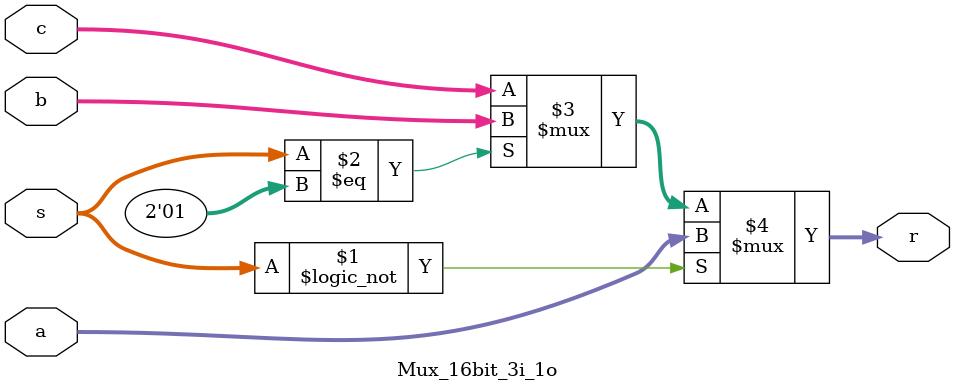
<source format=v>
`timescale 1ns / 1ps
module Mux_16bit_3i_1o(
input [1:0] s,
input [15:0] a,
input [15:0] b,
input [15:0] c,
output[15:0] r
    );
		assign r = (s == 0)? a : (s == 1)? b : c;
endmodule

</source>
